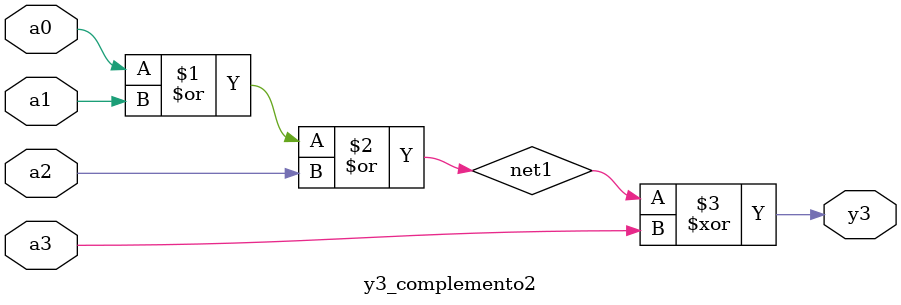
<source format=v>
module y3_complemento2(a3, a2, a1, a0, y3);
    input   a0, a1, a2, a3;
    output  y3;
    wire    net1;

    or(net1,a0, a1, a2);
    xor(y3, net1, a3);

endmodule
</source>
